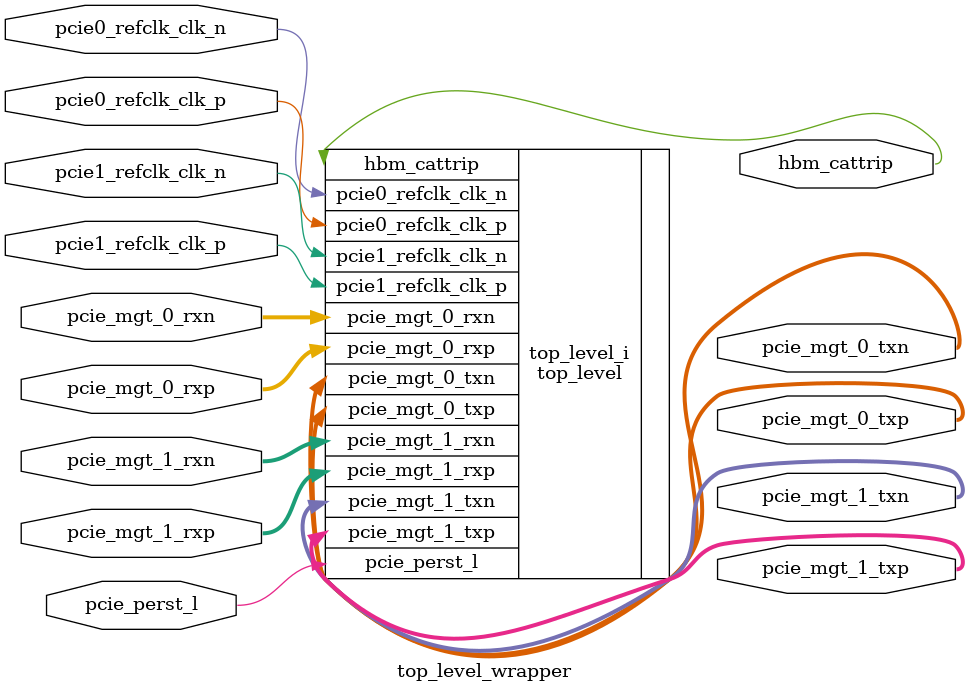
<source format=v>
`timescale 1 ps / 1 ps

module top_level_wrapper
   (hbm_cattrip,
    pcie0_refclk_clk_n,
    pcie0_refclk_clk_p,
    pcie1_refclk_clk_n,
    pcie1_refclk_clk_p,
    pcie_mgt_0_rxn,
    pcie_mgt_0_rxp,
    pcie_mgt_0_txn,
    pcie_mgt_0_txp,
    pcie_mgt_1_rxn,
    pcie_mgt_1_rxp,
    pcie_mgt_1_txn,
    pcie_mgt_1_txp,
    pcie_perst_l);
  output [0:0]hbm_cattrip;
  input [0:0]pcie0_refclk_clk_n;
  input [0:0]pcie0_refclk_clk_p;
  input [0:0]pcie1_refclk_clk_n;
  input [0:0]pcie1_refclk_clk_p;
  input [7:0]pcie_mgt_0_rxn;
  input [7:0]pcie_mgt_0_rxp;
  output [7:0]pcie_mgt_0_txn;
  output [7:0]pcie_mgt_0_txp;
  input [7:0]pcie_mgt_1_rxn;
  input [7:0]pcie_mgt_1_rxp;
  output [7:0]pcie_mgt_1_txn;
  output [7:0]pcie_mgt_1_txp;
  input pcie_perst_l;

  wire [0:0]hbm_cattrip;
  wire [0:0]pcie0_refclk_clk_n;
  wire [0:0]pcie0_refclk_clk_p;
  wire [0:0]pcie1_refclk_clk_n;
  wire [0:0]pcie1_refclk_clk_p;
  wire [7:0]pcie_mgt_0_rxn;
  wire [7:0]pcie_mgt_0_rxp;
  wire [7:0]pcie_mgt_0_txn;
  wire [7:0]pcie_mgt_0_txp;
  wire [7:0]pcie_mgt_1_rxn;
  wire [7:0]pcie_mgt_1_rxp;
  wire [7:0]pcie_mgt_1_txn;
  wire [7:0]pcie_mgt_1_txp;
  wire pcie_perst_l;

  top_level top_level_i
       (.hbm_cattrip(hbm_cattrip),
        .pcie0_refclk_clk_n(pcie0_refclk_clk_n),
        .pcie0_refclk_clk_p(pcie0_refclk_clk_p),
        .pcie1_refclk_clk_n(pcie1_refclk_clk_n),
        .pcie1_refclk_clk_p(pcie1_refclk_clk_p),
        .pcie_mgt_0_rxn(pcie_mgt_0_rxn),
        .pcie_mgt_0_rxp(pcie_mgt_0_rxp),
        .pcie_mgt_0_txn(pcie_mgt_0_txn),
        .pcie_mgt_0_txp(pcie_mgt_0_txp),
        .pcie_mgt_1_rxn(pcie_mgt_1_rxn),
        .pcie_mgt_1_rxp(pcie_mgt_1_rxp),
        .pcie_mgt_1_txn(pcie_mgt_1_txn),
        .pcie_mgt_1_txp(pcie_mgt_1_txp),
        .pcie_perst_l(pcie_perst_l));
endmodule

</source>
